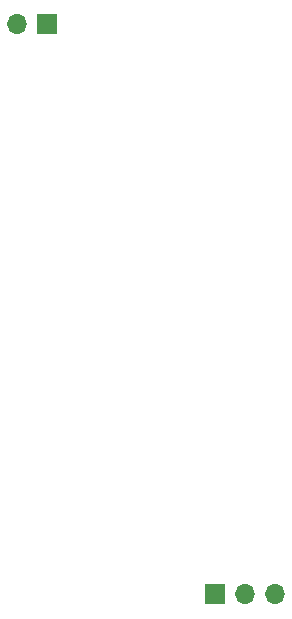
<source format=gbr>
%TF.GenerationSoftware,KiCad,Pcbnew,9.0.0*%
%TF.CreationDate,2025-06-18T18:11:36+02:00*%
%TF.ProjectId,SHT35_Board,53485433-355f-4426-9f61-72642e6b6963,rev?*%
%TF.SameCoordinates,Original*%
%TF.FileFunction,Soldermask,Bot*%
%TF.FilePolarity,Negative*%
%FSLAX46Y46*%
G04 Gerber Fmt 4.6, Leading zero omitted, Abs format (unit mm)*
G04 Created by KiCad (PCBNEW 9.0.0) date 2025-06-18 18:11:36*
%MOMM*%
%LPD*%
G01*
G04 APERTURE LIST*
%ADD10R,1.700000X1.700000*%
%ADD11O,1.700000X1.700000*%
G04 APERTURE END LIST*
D10*
%TO.C,J1*%
X186484000Y-114645000D03*
D11*
X189024000Y-114645000D03*
X191564000Y-114645000D03*
%TD*%
D10*
%TO.C,J2*%
X172260000Y-66385000D03*
D11*
X169720000Y-66385000D03*
%TD*%
M02*

</source>
